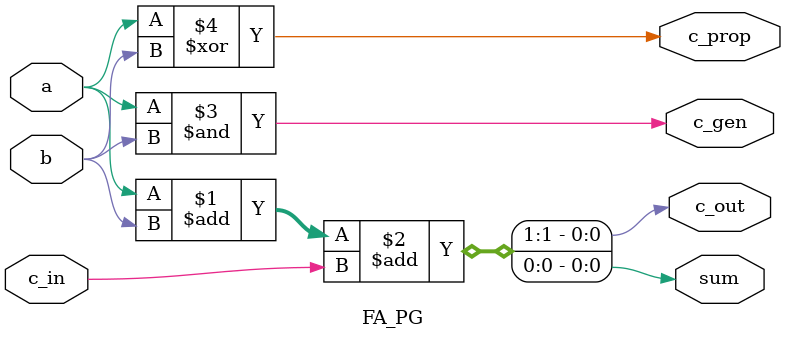
<source format=v>
`timescale 1ns / 1ps

module FA_PG(    
    input a, 
    input b,
    input c_in,
    output c_out,
    output c_prop,
    output c_gen,
    output sum
);

    assign {c_out, sum} = a + b + c_in;
    
    assign c_gen = a & b;   // a AND b
    assign c_prop = a ^ b;  // a XOR b
endmodule

</source>
